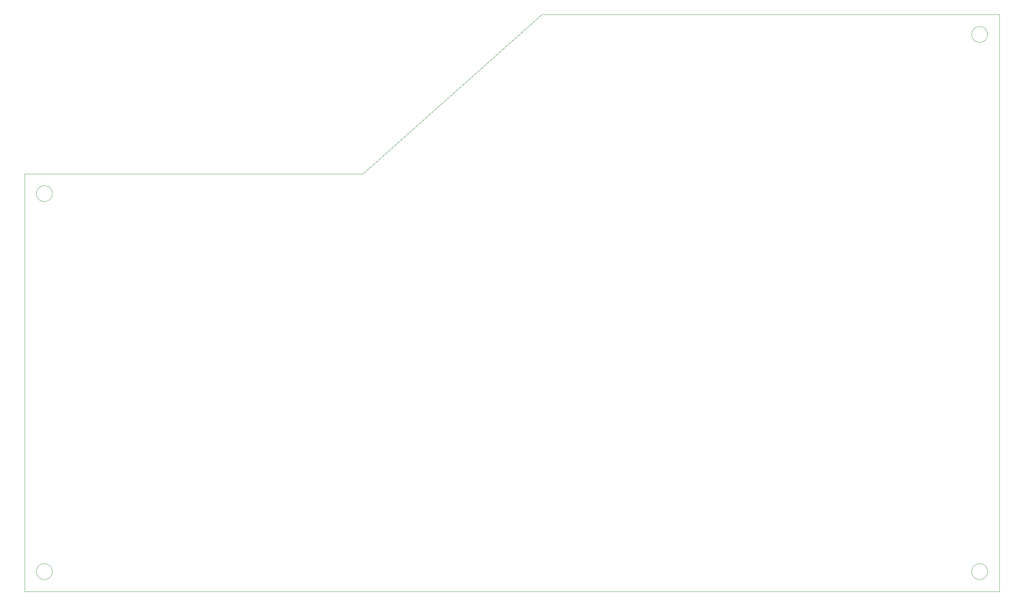
<source format=gbr>
%TF.GenerationSoftware,KiCad,Pcbnew,8.0.5*%
%TF.CreationDate,2024-10-12T18:26:30-04:00*%
%TF.ProjectId,MicrocontrollerMount,4d696372-6f63-46f6-9e74-726f6c6c6572,rev?*%
%TF.SameCoordinates,Original*%
%TF.FileFunction,Profile,NP*%
%FSLAX46Y46*%
G04 Gerber Fmt 4.6, Leading zero omitted, Abs format (unit mm)*
G04 Created by KiCad (PCBNEW 8.0.5) date 2024-10-12 18:26:30*
%MOMM*%
%LPD*%
G01*
G04 APERTURE LIST*
%TA.AperFunction,Profile*%
%ADD10C,0.050000*%
%TD*%
G04 APERTURE END LIST*
D10*
X272000000Y-20100000D02*
X157000000Y-20100000D01*
X272000000Y-165100000D02*
X272000000Y-20100000D01*
X27000000Y-165100000D02*
X272000000Y-165100000D01*
X27000000Y-60100000D02*
X27000000Y-165100000D01*
X112000000Y-60100000D02*
X27000000Y-60100000D01*
X157000000Y-20100000D02*
X112000000Y-60100000D01*
X269000000Y-25100000D02*
G75*
G02*
X265000000Y-25100000I-2000000J0D01*
G01*
X265000000Y-25100000D02*
G75*
G02*
X269000000Y-25100000I2000000J0D01*
G01*
X34000000Y-160100000D02*
G75*
G02*
X30000000Y-160100000I-2000000J0D01*
G01*
X30000000Y-160100000D02*
G75*
G02*
X34000000Y-160100000I2000000J0D01*
G01*
X269000000Y-160100000D02*
G75*
G02*
X265000000Y-160100000I-2000000J0D01*
G01*
X265000000Y-160100000D02*
G75*
G02*
X269000000Y-160100000I2000000J0D01*
G01*
X34000000Y-65100000D02*
G75*
G02*
X30000000Y-65100000I-2000000J0D01*
G01*
X30000000Y-65100000D02*
G75*
G02*
X34000000Y-65100000I2000000J0D01*
G01*
M02*

</source>
